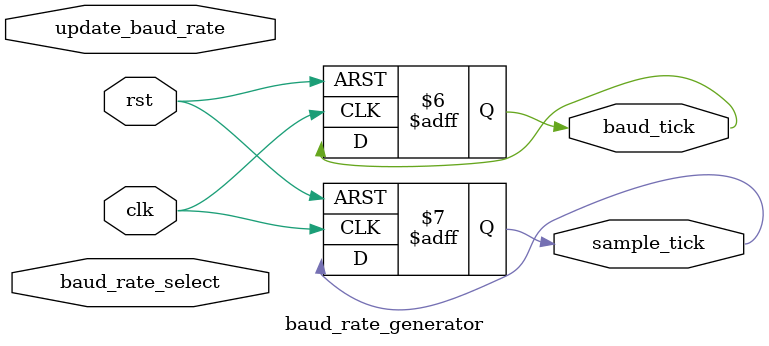
<source format=sv>
module baud_rate_generator #(
    parameter int clock_frequency = 100000000,
    parameter int oversampling = 16
) (
    input logic clk, rst,
    input logic[3:0] baud_rate_select,
    input logic update_baud_rate,
    output logic baud_tick, sample_tick 
);
localparam int max_count = clock_frequency / (9600 * oversampling);
logic [$clog2(max_count)-1:0] count;
logic [$clog2(oversampling)-1:0] oversample_count;
logic [$clog2(max_count)-1:0] baudrate_max_count;

localparam logic[$clog2(max_count)-1:0] BR_9600 = clock_frequency / (9600 * oversampling);
localparam logic[$clog2(max_count)-1:0] BR_19200 = clock_frequency / (19200 * oversampling);
localparam logic[$clog2(max_count)-1:0] BR_38400 = clock_frequency / (38400 * oversampling);
localparam logic[$clog2(max_count)-1:0] BR_57600 = clock_frequency / (57600 * oversampling);
localparam logic[$clog2(max_count)-1:0] BR_115200 = clock_frequency / (115200 * oversampling);
localparam logic[$clog2(max_count)-1:0] BR_230400 = clock_frequency / (230400 * oversampling);
localparam logic[$clog2(max_count)-1:0] BR_460800 = clock_frequency / (460800 * oversampling);
localparam logic[$clog2(max_count)-1:0] BR_921600 = clock_frequency / (921600 * oversampling);
localparam logic[$clog2(max_count)-1:0] BR_1843200 = clock_frequency / (1843200 * oversampling);


always_ff @(posedge clk or posedge rst) begin
    if(rst) begin
        baud_tick <= 0;
        sample_tick <= 0;
        count <= '0;
        oversample_count <= '0;
        baudrate_max_count <= BR_9600;
    end
    else if(update_baud_rate) begin
        case(baud_rate_select)
            4'd0: baudrate_max_count <= BR_9600;
            
        endcase
    end
end

endmodule
</source>
